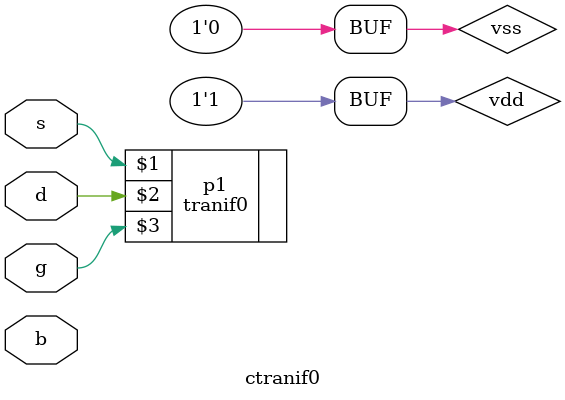
<source format=sv>
module ctranif1(b, d, g, s);  // NMOS
    supply1 vdd;
    supply0 vss;

    input b, g;
  
    inout d, s;

    tranif1 n1(d, s, g);
endmodule

module ctranif0(b, s, g, d);  // PMOS
    supply1 vdd;
    supply0 vss;
  
    input b, g;
  
    inout s, d;

    tranif0 p1(s, d, g);

endmodule

</source>
